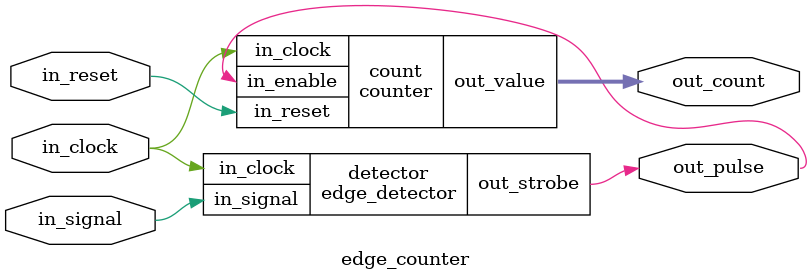
<source format=v>
module edge_detector(
    input wire in_clock,
    input wire in_signal,
    output wire out_strobe
    );
    reg past = 0;

    always @(posedge in_clock)
    begin
        past <= in_signal;
    end

    assign out_strobe = ~past & in_signal;
endmodule

module counter (
    input wire in_clock,
    input wire in_reset,
    input wire in_enable,
    output reg[7:0] out_value
);
    always @(posedge in_clock) begin
        if (in_reset) begin
            out_value <= 8'b00000000;
        end
        else if (in_enable) begin
            out_value <= out_value + 1;
        end
    end
endmodule

module edge_counter(
    input wire in_clock,
    input wire in_reset,
    input wire in_signal,
    output wire out_pulse,
    output wire [7:0] out_count
);

    edge_detector detector(
        .in_clock(in_clock),
        .in_signal(in_signal),
        .out_strobe(out_pulse)
    );

    counter count(
        .in_clock(in_clock),
        .in_reset(in_reset),
        .in_enable(out_pulse),
        .out_value(out_count)
    );

endmodule
</source>
